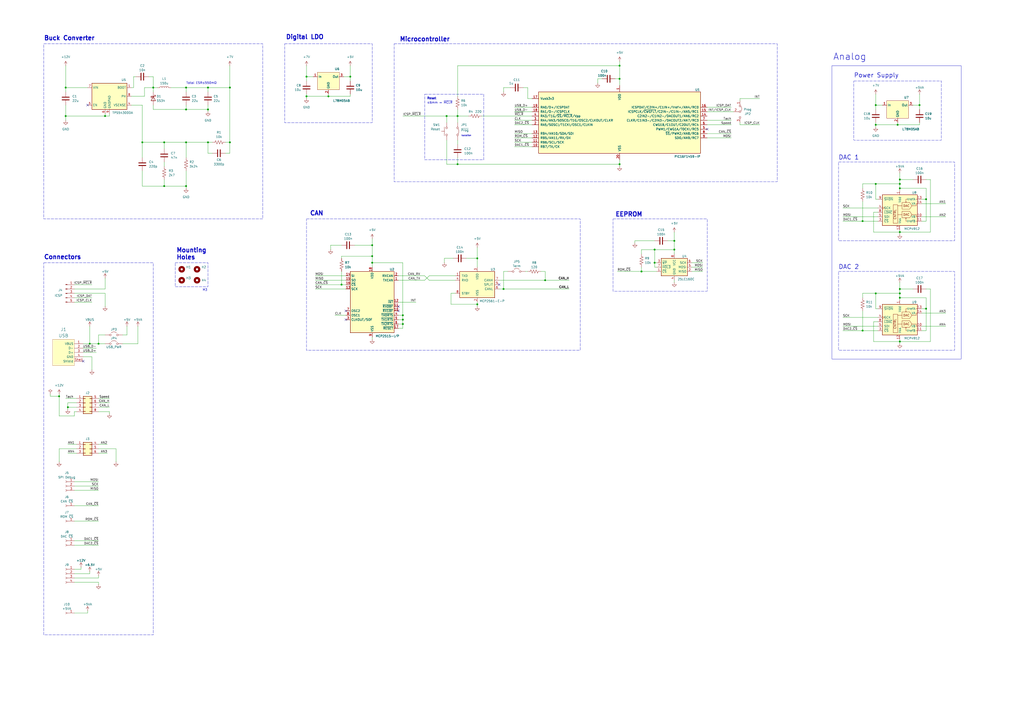
<source format=kicad_sch>
(kicad_sch (version 20250114) (generator "eeschema") (generator_version "9.0")
  (paper "A2")
  (title_block (title "CAN Gauge Interface") (date "2025-09-19") (rev "0.1") (company "Sam Anthony"))
  (rectangle (start 25.4 25.4) (end 152.4 127) (stroke (width 0) (type dash)))
  (rectangle (start 495.3 46.99) (end 546.1 81.28) (stroke (width 0) (type dash)))
  (rectangle (start 355.6 127) (end 410.21 168.91) (stroke (width 0) (type dash)))
  (rectangle (start 101.6 152.3999) (end 120.65 166.3699) (stroke (width 0) (type dash)))
  (rectangle (start 165.1 25.4) (end 215.9 71.12) (stroke (width 0) (type dash)))
  (rectangle (start 246.38 54.61) (end 280.67 92.71) (stroke (width 0) (type dash)))
  (rectangle (start 486.41 157.48) (end 553.72 203.2) (stroke (width 0) (type dash)))
  (rectangle (start 177.8 127) (end 336.55 203.2) (stroke (width 0) (type dash)))
  (rectangle (start 25.4 152.4) (end 88.9 368.3) (stroke (width 0) (type dash)))
  (rectangle (start 486.41 93.98) (end 553.72 139.7) (stroke (width 0) (type dash)))
  (rectangle (start 228.6 25.4) (end 450.85 105.41) (stroke (width 0) (type dash)))
  (rectangle (start 482.6 38.1) (end 557.53 208.28))
  (text "Connectors" (at 25.4 149.225 0) (effects (font (size 2.54 2.54) (thickness 0.508) (bold yes)) (justify left)))
  (text "Power Supply" (at 495.3 43.815 0) (effects (font (size 2.54 2.54) (thickness 0.254) (bold yes)) (justify left)))
  (text "Buck Converter" (at 25.4 22.225 0) (effects (font (size 2.54 2.54) (thickness 0.508) (bold yes)) (justify left)))
  (text "Total ESR≤550mΩ" (at 107.95 48.26 0) (effects (font (size 1.27 1.27)) (justify left)))
  (text "CAN" (at 179.705 123.825 0) (effects (font (size 2.54 2.54) (thickness 0.508) (bold yes)) (justify left)))
  (text "Reset" (at 247.65 57.15 0) (effects (font (size 1.27 1.27) (thickness 0.254) (bold yes)) (justify left)))
  (text "Mounting\nHoles" (at 102.235 147.3199 0) (effects (font (size 2.54 2.54) (thickness 0.508) (bold yes)) (justify left)))
  (text "M3\n" (at 117.475 168.2749 0) (effects (font (size 1.27 1.27)) (justify left)))
  (text "EEPROM" (at 356.87 124.46 0) (effects (font (size 2.54 2.54) (thickness 0.508) (bold yes)) (justify left)))
  (text "Digital LDO" (at 165.735 21.59 0) (effects (font (size 2.54 2.54) (thickness 0.508) (bold yes)) (justify left)))
  (text "≤6mm ↔ ~{MCLR}" (at 247.65 59.69 0) (effects (font (size 1.27 1.27)) (justify left)))
  (text "DAC 1" (at 486.41 91.44 0) (effects (font (size 2.54 2.54) (thickness 0.254) (bold yes)) (justify left)))
  (text "Microcontroller" (at 231.775 22.86 0) (effects (font (size 2.54 2.54) (thickness 0.508) (bold yes)) (justify left)))
  (text "Analog" (at 483.235 33.02 0) (effects (font (size 3.81 3.81) (thickness 0.254) (bold yes)) (justify left)))
  (text "Isolation" (at 270.51 78.74 0) (effects (font (size 0.889 0.889))))
  (text "DAC 2" (at 486.41 154.94 0) (effects (font (size 2.54 2.54) (thickness 0.254) (bold yes)) (justify left)))
  (junction (at 38.1 50.8))
  (junction (at 120.65 50.8))
  (junction (at 39.37 236.22))
  (junction (at 521.97 170.18))
  (junction (at 120.65 63.5))
  (junction (at 521.97 172.72))
  (junction (at 391.16 144.78))
  (junction (at 521.97 104.14))
  (junction (at 233.68 185.42))
  (junction (at 533.4 60.96))
  (junction (at 508 170.18))
  (junction (at 391.16 139.7))
  (junction (at 537.21 115.57))
  (junction (at 60.96 67.31))
  (junction (at 500.38 191.77))
  (junction (at 359.41 38.1))
  (junction (at 107.95 82.55))
  (junction (at 34.29 229.87))
  (junction (at 203.2 44.45))
  (junction (at 107.95 63.5))
  (junction (at 177.8 55.88))
  (junction (at 233.68 182.88))
  (junction (at 359.41 45.72))
  (junction (at 120.65 82.55))
  (junction (at 500.38 128.27))
  (junction (at 88.9 50.8))
  (junction (at 521.97 134.62))
  (junction (at 359.41 95.25))
  (junction (at 95.25 107.95))
  (junction (at 82.55 82.55))
  (junction (at 38.1 67.31))
  (junction (at 107.95 107.95))
  (junction (at 215.9 142.24))
  (junction (at 265.43 67.31))
  (junction (at 521.97 106.68))
  (junction (at 521.97 198.12))
  (junction (at 537.21 179.07))
  (junction (at 95.25 82.55))
  (junction (at 276.86 176.53))
  (junction (at 508 60.96))
  (junction (at 215.9 152.4))
  (junction (at 57.15 199.39))
  (junction (at 276.86 149.86))
  (junction (at 52.07 199.39))
  (junction (at 316.23 162.56))
  (junction (at 379.73 152.4))
  (junction (at 133.35 50.8))
  (junction (at 521.97 167.64))
  (junction (at 372.11 157.48))
  (junction (at 215.9 148.59))
  (junction (at 508 106.68))
  (junction (at 190.5 55.88))
  (junction (at 198.12 165.1))
  (junction (at 508 72.39))
  (junction (at 379.73 144.78))
  (junction (at 133.35 82.55))
  (junction (at 520.7 72.39))
  (junction (at 521.97 109.22))
  (junction (at 177.8 44.45))
  (junction (at 107.95 50.8))
  (junction (at 265.43 95.25))
  (junction (at 259.08 67.31))
  (junction (at 233.68 187.96))
  (junction (at 292.1 167.64))
  (no_connect (at 48.26 209.55))
  (no_connect (at 231.14 177.8))
  (no_connect (at 200.66 185.42))
  (no_connect (at 50.8 60.96))
  (no_connect (at 289.56 165.1))
  (no_connect (at 200.66 180.34))
  (no_connect (at 410.21 74.93))
  (no_connect (at 231.14 180.34))
  (wire (pts (xy 231.14 162.56) (xy 246.38 162.56)))
  (wire (pts (xy 265.43 95.25) (xy 265.43 91.44)))
  (wire (pts (xy 410.21 69.85) (xy 424.18 69.85)))
  (wire (pts (xy 203.2 55.88) (xy 203.2 54.61)))
  (wire (pts (xy 215.9 142.24) (xy 215.9 148.59)))
  (wire (pts (xy 57.15 199.39) (xy 60.96 199.39)))
  (wire (pts (xy 506.73 186.69) (xy 509.27 186.69)))
  (wire (pts (xy 292.1 157.48) (xy 294.64 157.48)))
  (wire (pts (xy 44.45 260.35) (xy 34.29 260.35)))
  (wire (pts (xy 48.26 201.93) (xy 55.88 201.93)))
  (wire (pts (xy 233.68 187.96) (xy 233.68 185.42)))
  (wire (pts (xy 506.73 123.19) (xy 509.27 123.19)))
  (wire (pts (xy 265.43 38.1) (xy 359.41 38.1)))
  (wire (pts (xy 231.14 187.96) (xy 233.68 187.96)))
  (wire (pts (xy 57.15 194.31) (xy 57.15 199.39)))
  (wire (pts (xy 289.56 167.64) (xy 292.1 167.64)))
  (wire (pts (xy 521.97 172.72) (xy 521.97 173.99)))
  (wire (pts (xy 215.9 195.58) (xy 215.9 196.85)))
  (wire (pts (xy 60.96 167.64) (xy 60.96 161.29)))
  (wire (pts (xy 381 152.4) (xy 379.73 152.4)))
  (wire (pts (xy 508 71.12) (xy 508 72.39)))
  (wire (pts (xy 38.1 38.1) (xy 38.1 50.8)))
  (wire (pts (xy 262.89 149.86) (xy 257.81 149.86)))
  (wire (pts (xy 53.34 207.01) (xy 53.34 214.63)))
  (wire (pts (xy 508 179.07) (xy 508 170.18)))
  (wire (pts (xy 177.8 55.88) (xy 190.5 55.88)))
  (wire (pts (xy 500.38 191.77) (xy 509.27 191.77)))
  (wire (pts (xy 372.11 144.78) (xy 379.73 144.78)))
  (wire (pts (xy 265.43 38.1) (xy 265.43 55.88)))
  (wire (pts (xy 534.67 128.27) (xy 537.21 128.27)))
  (wire (pts (xy 488.95 184.15) (xy 509.27 184.15)))
  (wire (pts (xy 120.65 50.8) (xy 133.35 50.8)))
  (wire (pts (xy 521.97 196.85) (xy 521.97 198.12)))
  (wire (pts (xy 82.55 91.44) (xy 82.55 82.55)))
  (wire (pts (xy 233.68 185.42) (xy 233.68 182.88)))
  (wire (pts (xy 123.19 82.55) (xy 120.65 82.55)))
  (wire (pts (xy 521.97 198.12) (xy 521.97 199.39)))
  (wire (pts (xy 537.21 172.72) (xy 521.97 172.72)))
  (wire (pts (xy 410.21 64.77) (xy 425.45 64.77)))
  (wire (pts (xy 34.29 241.3) (xy 34.29 229.87)))
  (wire (pts (xy 198.12 165.1) (xy 198.12 157.48)))
  (wire (pts (xy 57.15 260.35) (xy 67.31 260.35)))
  (wire (pts (xy 52.07 332.74) (xy 52.07 331.47)))
  (wire (pts (xy 203.2 46.99) (xy 203.2 44.45)))
  (wire (pts (xy 39.37 236.22) (xy 39.37 237.49)))
  (wire (pts (xy 38.1 50.8) (xy 38.1 53.34)))
  (wire (pts (xy 43.18 293.37) (xy 57.15 293.37)))
  (wire (pts (xy 57.15 233.68) (xy 63.5 233.68)))
  (wire (pts (xy 298.45 82.55) (xy 308.61 82.55)))
  (wire (pts (xy 506.73 134.62) (xy 521.97 134.62)))
  (wire (pts (xy 82.55 60.96) (xy 82.55 82.55)))
  (wire (pts (xy 534.67 181.61) (xy 548.64 181.61)))
  (wire (pts (xy 203.2 44.45) (xy 199.39 44.45)))
  (wire (pts (xy 539.75 134.62) (xy 521.97 134.62)))
  (wire (pts (xy 182.88 165.1) (xy 198.12 165.1)))
  (wire (pts (xy 511.81 60.96) (xy 508 60.96)))
  (wire (pts (xy 43.18 302.26) (xy 57.15 302.26)))
  (wire (pts (xy 429.26 71.12) (xy 429.26 72.39)))
  (wire (pts (xy 95.25 93.98) (xy 95.25 96.52)))
  (wire (pts (xy 509.27 115.57) (xy 508 115.57)))
  (wire (pts (xy 508 72.39) (xy 520.7 72.39)))
  (wire (pts (xy 534.67 118.11) (xy 548.64 118.11)))
  (wire (pts (xy 88.9 63.5) (xy 107.95 63.5)))
  (wire (pts (xy 298.45 69.85) (xy 308.61 69.85)))
  (wire (pts (xy 182.88 160.02) (xy 200.66 160.02)))
  (wire (pts (xy 537.21 109.22) (xy 537.21 115.57)))
  (wire (pts (xy 410.21 62.23) (xy 424.18 62.23)))
  (wire (pts (xy 508 106.68) (xy 521.97 106.68)))
  (wire (pts (xy 508 115.57) (xy 508 106.68)))
  (wire (pts (xy 537.21 172.72) (xy 537.21 179.07)))
  (wire (pts (xy 194.31 182.88) (xy 200.66 182.88)))
  (wire (pts (xy 46.99 330.2) (xy 46.99 328.93)))
  (wire (pts (xy 488.95 189.23) (xy 509.27 189.23)))
  (wire (pts (xy 203.2 38.1) (xy 203.2 44.45)))
  (wire (pts (xy 520.7 72.39) (xy 520.7 71.12)))
  (wire (pts (xy 372.11 147.32) (xy 372.11 144.78)))
  (wire (pts (xy 177.8 54.61) (xy 177.8 55.88)))
  (wire (pts (xy 359.41 45.72) (xy 356.87 45.72)))
  (wire (pts (xy 57.15 236.22) (xy 63.5 236.22)))
  (wire (pts (xy 359.41 49.53) (xy 359.41 45.72)))
  (wire (pts (xy 215.9 148.59) (xy 215.9 152.4)))
  (wire (pts (xy 82.55 107.95) (xy 95.25 107.95)))
  (wire (pts (xy 107.95 82.55) (xy 95.25 82.55)))
  (wire (pts (xy 233.68 67.31) (xy 259.08 67.31)))
  (wire (pts (xy 429.26 58.42) (xy 429.26 57.15)))
  (wire (pts (xy 521.97 167.64) (xy 521.97 170.18)))
  (wire (pts (xy 71.12 199.39) (xy 80.01 199.39)))
  (wire (pts (xy 506.73 134.62) (xy 506.73 123.19)))
  (wire (pts (xy 107.95 82.55) (xy 107.95 91.44)))
  (wire (pts (xy 534.67 189.23) (xy 548.64 189.23)))
  (wire (pts (xy 50.8 355.6) (xy 50.8 354.33)))
  (wire (pts (xy 43.18 165.1) (xy 53.34 165.1)))
  (wire (pts (xy 191.77 142.24) (xy 191.77 144.78)))
  (wire (pts (xy 120.65 82.55) (xy 107.95 82.55)))
  (wire (pts (xy 57.15 238.76) (xy 63.5 238.76)))
  (wire (pts (xy 39.37 236.22) (xy 44.45 236.22)))
  (wire (pts (xy 521.97 163.83) (xy 521.97 167.64)))
  (wire (pts (xy 539.75 167.64) (xy 539.75 198.12)))
  (wire (pts (xy 133.35 50.8) (xy 133.35 82.55)))
  (wire (pts (xy 60.96 170.18) (xy 60.96 177.8)))
  (wire (pts (xy 308.61 57.15) (xy 306.07 57.15)))
  (wire (pts (xy 539.75 104.14) (xy 539.75 134.62)))
  (wire (pts (xy 379.73 154.94) (xy 379.73 152.4)))
  (wire (pts (xy 537.21 109.22) (xy 521.97 109.22)))
  (wire (pts (xy 44.45 233.68) (xy 39.37 233.68)))
  (wire (pts (xy 57.15 337.82) (xy 57.15 339.09)))
  (wire (pts (xy 379.73 144.78) (xy 391.16 144.78)))
  (wire (pts (xy 177.8 55.88) (xy 177.8 57.15)))
  (wire (pts (xy 372.11 157.48) (xy 372.11 154.94)))
  (wire (pts (xy 67.31 260.35) (xy 67.31 267.97)))
  (wire (pts (xy 38.1 67.31) (xy 38.1 69.85)))
  (wire (pts (xy 391.16 139.7) (xy 391.16 144.78)))
  (wire (pts (xy 401.32 157.48) (xy 407.67 157.48)))
  (wire (pts (xy 306.07 50.8) (xy 303.53 50.8)))
  (wire (pts (xy 533.4 54.61) (xy 533.4 60.96)))
  (wire (pts (xy 107.95 50.8) (xy 120.65 50.8)))
  (wire (pts (xy 88.9 44.45) (xy 88.9 50.8)))
  (wire (pts (xy 270.51 149.86) (xy 276.86 149.86)))
  (wire (pts (xy 76.2 60.96) (xy 82.55 60.96)))
  (wire (pts (xy 88.9 60.96) (xy 88.9 63.5)))
  (wire (pts (xy 410.21 80.01) (xy 424.18 80.01)))
  (wire (pts (xy 198.12 149.86) (xy 198.12 148.59)))
  (wire (pts (xy 306.07 57.15) (xy 306.07 50.8)))
  (wire (pts (xy 107.95 63.5) (xy 120.65 63.5)))
  (wire (pts (xy 429.26 57.15) (xy 440.69 57.15)))
  (wire (pts (xy 190.5 55.88) (xy 190.5 54.61)))
  (wire (pts (xy 292.1 50.8) (xy 292.1 53.34)))
  (wire (pts (xy 57.15 262.89) (xy 62.23 262.89)))
  (wire (pts (xy 500.38 106.68) (xy 508 106.68)))
  (wire (pts (xy 99.06 50.8) (xy 107.95 50.8)))
  (wire (pts (xy 44.45 238.76) (xy 43.18 238.76)))
  (wire (pts (xy 107.95 60.96) (xy 107.95 63.5)))
  (wire (pts (xy 88.9 53.34) (xy 88.9 50.8)))
  (wire (pts (xy 257.81 149.86) (xy 257.81 152.4)))
  (wire (pts (xy 316.23 157.48) (xy 316.23 162.56)))
  (wire (pts (xy 39.37 257.81) (xy 44.45 257.81)))
  (wire (pts (xy 120.65 82.55) (xy 120.65 88.9)))
  (wire (pts (xy 43.18 335.28) (xy 57.15 335.28)))
  (wire (pts (xy 107.95 107.95) (xy 107.95 109.22)))
  (wire (pts (xy 410.21 72.39) (xy 424.18 72.39)))
  (wire (pts (xy 63.5 238.76) (xy 63.5 240.03)))
  (wire (pts (xy 133.35 82.55) (xy 133.35 88.9)))
  (wire (pts (xy 259.08 67.31) (xy 259.08 71.12)))
  (wire (pts (xy 233.68 152.4) (xy 233.68 182.88)))
  (wire (pts (xy 95.25 107.95) (xy 107.95 107.95)))
  (wire (pts (xy 43.18 316.23) (xy 57.15 316.23)))
  (wire (pts (xy 265.43 81.28) (xy 265.43 83.82)))
  (wire (pts (xy 233.68 152.4) (xy 215.9 152.4)))
  (wire (pts (xy 120.65 50.8) (xy 120.65 53.34)))
  (wire (pts (xy 521.97 109.22) (xy 521.97 110.49)))
  (wire (pts (xy 298.45 77.47) (xy 308.61 77.47)))
  (wire (pts (xy 200.66 165.1) (xy 198.12 165.1)))
  (wire (pts (xy 298.45 85.09) (xy 308.61 85.09)))
  (wire (pts (xy 316.23 162.56) (xy 330.2 162.56)))
  (wire (pts (xy 259.08 67.31) (xy 265.43 67.31)))
  (wire (pts (xy 539.75 198.12) (xy 521.97 198.12)))
  (wire (pts (xy 198.12 148.59) (xy 215.9 148.59)))
  (wire (pts (xy 29.21 228.6) (xy 29.21 229.87)))
  (wire (pts (xy 120.65 63.5) (xy 120.65 60.96)))
  (wire (pts (xy 107.95 107.95) (xy 107.95 99.06)))
  (wire (pts (xy 177.8 38.1) (xy 177.8 44.45)))
  (wire (pts (xy 60.96 194.31) (xy 57.15 194.31)))
  (wire (pts (xy 537.21 179.07) (xy 537.21 191.77)))
  (wire (pts (xy 521.97 100.33) (xy 521.97 104.14)))
  (wire (pts (xy 231.14 190.5) (xy 233.68 190.5)))
  (wire (pts (xy 29.21 229.87) (xy 34.29 229.87)))
  (wire (pts (xy 304.8 157.48) (xy 306.07 157.48)))
  (wire (pts (xy 358.14 157.48) (xy 372.11 157.48)))
  (wire (pts (xy 107.95 50.8) (xy 107.95 53.34)))
  (wire (pts (xy 506.73 198.12) (xy 521.97 198.12)))
  (wire (pts (xy 295.91 50.8) (xy 292.1 50.8)))
  (wire (pts (xy 359.41 95.25) (xy 359.41 96.52)))
  (wire (pts (xy 521.97 104.14) (xy 529.59 104.14)))
  (wire (pts (xy 43.18 284.48) (xy 57.15 284.48)))
  (wire (pts (xy 43.18 281.94) (xy 57.15 281.94)))
  (wire (pts (xy 521.97 170.18) (xy 521.97 172.72)))
  (wire (pts (xy 500.38 172.72) (xy 500.38 170.18)))
  (wire (pts (xy 43.18 238.76) (xy 43.18 241.3)))
  (wire (pts (xy 57.15 231.14) (xy 63.5 231.14)))
  (wire (pts (xy 60.96 67.31) (xy 60.96 66.04)))
  (wire (pts (xy 279.4 67.31) (xy 308.61 67.31)))
  (wire (pts (xy 43.18 241.3) (xy 34.29 241.3)))
  (wire (pts (xy 82.55 82.55) (xy 95.25 82.55)))
  (wire (pts (xy 534.67 179.07) (xy 537.21 179.07)))
  (wire (pts (xy 48.26 199.39) (xy 52.07 199.39)))
  (wire (pts (xy 259.08 81.28) (xy 259.08 95.25)))
  (wire (pts (xy 500.38 170.18) (xy 508 170.18)))
  (wire (pts (xy 298.45 64.77) (xy 308.61 64.77)))
  (wire (pts (xy 500.38 128.27) (xy 509.27 128.27)))
  (wire (pts (xy 401.32 154.94) (xy 407.67 154.94)))
  (wire (pts (xy 120.65 63.5) (xy 120.65 64.77)))
  (wire (pts (xy 521.97 106.68) (xy 521.97 109.22)))
  (wire (pts (xy 57.15 257.81) (xy 62.23 257.81)))
  (wire (pts (xy 410.21 77.47) (xy 424.18 77.47)))
  (wire (pts (xy 76.2 50.8) (xy 77.47 50.8)))
  (wire (pts (xy 508 170.18) (xy 521.97 170.18)))
  (wire (pts (xy 276.86 176.53) (xy 276.86 177.8)))
  (wire (pts (xy 248.92 160.02) (xy 246.38 162.56)))
  (wire (pts (xy 73.66 194.31) (xy 73.66 189.23)))
  (wire (pts (xy 38.1 60.96) (xy 38.1 67.31)))
  (wire (pts (xy 43.18 332.74) (xy 52.07 332.74)))
  (wire (pts (xy 57.15 335.28) (xy 57.15 334.01)))
  (wire (pts (xy 39.37 233.68) (xy 39.37 236.22)))
  (wire (pts (xy 500.38 116.84) (xy 500.38 128.27)))
  (wire (pts (xy 346.71 45.72) (xy 349.25 45.72)))
  (wire (pts (xy 391.16 162.56) (xy 391.16 163.83)))
  (wire (pts (xy 34.29 260.35) (xy 34.29 267.97)))
  (wire (pts (xy 38.1 231.14) (xy 44.45 231.14)))
  (wire (pts (xy 231.14 182.88) (xy 233.68 182.88)))
  (wire (pts (xy 130.81 82.55) (xy 133.35 82.55)))
  (wire (pts (xy 391.16 144.78) (xy 391.16 147.32)))
  (wire (pts (xy 379.73 144.78) (xy 379.73 152.4)))
  (wire (pts (xy 88.9 50.8) (xy 91.44 50.8)))
  (wire (pts (xy 521.97 134.62) (xy 521.97 135.89)))
  (wire (pts (xy 43.18 337.82) (xy 57.15 337.82)))
  (wire (pts (xy 508 60.96) (xy 508 63.5)))
  (wire (pts (xy 313.69 157.48) (xy 316.23 157.48)))
  (wire (pts (xy 359.41 92.71) (xy 359.41 95.25)))
  (wire (pts (xy 488.95 191.77) (xy 500.38 191.77)))
  (wire (pts (xy 276.86 175.26) (xy 276.86 176.53)))
  (wire (pts (xy 43.18 313.69) (xy 57.15 313.69)))
  (wire (pts (xy 63.5 66.04) (xy 63.5 67.31)))
  (wire (pts (xy 508 72.39) (xy 508 73.66)))
  (wire (pts (xy 506.73 198.12) (xy 506.73 186.69)))
  (wire (pts (xy 429.26 72.39) (xy 440.69 72.39)))
  (wire (pts (xy 292.1 167.64) (xy 292.1 157.48)))
  (wire (pts (xy 508 54.61) (xy 508 60.96)))
  (wire (pts (xy 182.88 167.64) (xy 200.66 167.64)))
  (wire (pts (xy 43.18 355.6) (xy 50.8 355.6)))
  (wire (pts (xy 133.35 88.9) (xy 130.81 88.9)))
  (wire (pts (xy 52.07 199.39) (xy 57.15 199.39)))
  (wire (pts (xy 387.35 139.7) (xy 391.16 139.7)))
  (wire (pts (xy 391.16 134.62) (xy 391.16 139.7)))
  (wire (pts (xy 265.43 95.25) (xy 359.41 95.25)))
  (wire (pts (xy 537.21 104.14) (xy 539.75 104.14)))
  (wire (pts (xy 198.12 142.24) (xy 191.77 142.24)))
  (wire (pts (xy 261.62 170.18) (xy 264.16 170.18)))
  (wire (pts (xy 215.9 138.43) (xy 215.9 142.24)))
  (wire (pts (xy 521.97 104.14) (xy 521.97 106.68)))
  (wire (pts (xy 43.18 167.64) (xy 60.96 167.64)))
  (wire (pts (xy 265.43 67.31) (xy 271.78 67.31)))
  (wire (pts (xy 534.67 115.57) (xy 537.21 115.57)))
  (wire (pts (xy 289.56 162.56) (xy 316.23 162.56)))
  (wire (pts (xy 95.25 104.14) (xy 95.25 107.95)))
  (wire (pts (xy 77.47 44.45) (xy 78.74 44.45)))
  (wire (pts (xy 77.47 50.8) (xy 77.47 44.45)))
  (wire (pts (xy 133.35 38.1) (xy 133.35 50.8)))
  (wire (pts (xy 83.82 50.8) (xy 88.9 50.8)))
  (wire (pts (xy 533.4 72.39) (xy 533.4 71.12)))
  (wire (pts (xy 76.2 55.88) (xy 83.82 55.88)))
  (wire (pts (xy 82.55 99.06) (xy 82.55 107.95)))
  (wire (pts (xy 43.18 170.18) (xy 60.96 170.18)))
  (wire (pts (xy 52.07 189.23) (xy 52.07 199.39)))
  (wire (pts (xy 177.8 44.45) (xy 177.8 46.99)))
  (wire (pts (xy 120.65 88.9) (xy 123.19 88.9)))
  (wire (pts (xy 265.43 67.31) (xy 265.43 71.12)))
  (wire (pts (xy 215.9 152.4) (xy 215.9 154.94)))
  (wire (pts (xy 259.08 95.25) (xy 265.43 95.25)))
  (wire (pts (xy 401.32 152.4) (xy 407.67 152.4)))
  (wire (pts (xy 190.5 55.88) (xy 203.2 55.88)))
  (wire (pts (xy 48.26 204.47) (xy 55.88 204.47)))
  (wire (pts (xy 261.62 176.53) (xy 261.62 170.18)))
  (wire (pts (xy 34.29 229.87) (xy 34.29 228.6)))
  (wire (pts (xy 63.5 67.31) (xy 60.96 67.31)))
  (wire (pts (xy 43.18 175.26) (xy 53.34 175.26)))
  (wire (pts (xy 181.61 44.45) (xy 177.8 44.45)))
  (wire (pts (xy 381 154.94) (xy 379.73 154.94)))
  (wire (pts (xy 534.67 125.73) (xy 548.64 125.73)))
  (wire (pts (xy 205.74 142.24) (xy 215.9 142.24)))
  (wire (pts (xy 231.14 160.02) (xy 246.38 160.02)))
  (wire (pts (xy 500.38 109.22) (xy 500.38 106.68)))
  (wire (pts (xy 80.01 199.39) (xy 80.01 189.23)))
  (wire (pts (xy 500.38 180.34) (xy 500.38 191.77)))
  (wire (pts (xy 276.86 176.53) (xy 261.62 176.53)))
  (wire (pts (xy 48.26 207.01) (xy 53.34 207.01)))
  (wire (pts (xy 346.71 48.26) (xy 346.71 45.72)))
  (wire (pts (xy 534.67 191.77) (xy 537.21 191.77)))
  (wire (pts (xy 43.18 279.4) (xy 57.15 279.4)))
  (wire (pts (xy 488.95 128.27) (xy 500.38 128.27)))
  (wire (pts (xy 368.3 139.7) (xy 368.3 140.97)))
  (wire (pts (xy 60.96 67.31) (xy 38.1 67.31)))
  (wire (pts (xy 368.3 139.7) (xy 379.73 139.7)))
  (wire (pts (xy 38.1 50.8) (xy 50.8 50.8)))
  (wire (pts (xy 509.27 179.07) (xy 508 179.07)))
  (wire (pts (xy 298.45 80.01) (xy 308.61 80.01)))
  (wire (pts (xy 359.41 38.1) (xy 359.41 45.72)))
  (wire (pts (xy 276.86 143.51) (xy 276.86 149.86)))
  (wire (pts (xy 381 157.48) (xy 372.11 157.48)))
  (wire (pts (xy 83.82 55.88) (xy 83.82 50.8)))
  (wire (pts (xy 233.68 190.5) (xy 233.68 187.96)))
  (wire (pts (xy 537.21 167.64) (xy 539.75 167.64)))
  (wire (pts (xy 521.97 167.64) (xy 529.59 167.64)))
  (wire (pts (xy 488.95 125.73) (xy 509.27 125.73)))
  (wire (pts (xy 359.41 35.56) (xy 359.41 38.1)))
  (wire (pts (xy 292.1 167.64) (xy 330.2 167.64)))
  (wire (pts (xy 231.14 175.26) (xy 241.3 175.26)))
  (wire (pts (xy 39.37 262.89) (xy 44.45 262.89)))
  (wire (pts (xy 231.14 185.42) (xy 233.68 185.42)))
  (wire (pts (xy 521.97 133.35) (xy 521.97 134.62)))
  (wire (pts (xy 298.45 62.23) (xy 308.61 62.23)))
  (wire (pts (xy 71.12 194.31) (xy 73.66 194.31)))
  (wire (pts (xy 248.92 162.56) (xy 264.16 162.56)))
  (wire (pts (xy 488.95 120.65) (xy 509.27 120.65)))
  (wire (pts (xy 182.88 162.56) (xy 200.66 162.56)))
  (wire (pts (xy 533.4 63.5) (xy 533.4 60.96)))
  (wire (pts (xy 248.92 160.02) (xy 264.16 160.02)))
  (wire (pts (xy 246.38 160.02) (xy 248.92 162.56)))
  (wire (pts (xy 43.18 330.2) (xy 46.99 330.2)))
  (wire (pts (xy 537.21 115.57) (xy 537.21 128.27)))
  (wire (pts (xy 265.43 63.5) (xy 265.43 67.31)))
  (wire (pts (xy 43.18 172.72) (xy 53.34 172.72)))
  (wire (pts (xy 86.36 44.45) (xy 88.9 44.45)))
  (wire (pts (xy 520.7 72.39) (xy 533.4 72.39)))
  (wire (pts (xy 276.86 149.86) (xy 276.86 154.94)))
  (wire (pts (xy 95.25 82.55) (xy 95.25 86.36)))
  (wire (pts (xy 533.4 60.96) (xy 529.59 60.96)))
  (wire (pts (xy 298.45 72.39) (xy 308.61 72.39)))
  (label "DAC1_~{CS}" (at 488.95 128.27 0))
  (label "MISO" (at 57.15 284.48 180))
  (label "CAN_H" (at 330.2 162.56 180) (effects (font (thickness 0.254) (bold yes))))
  (label "SCK" (at 407.67 152.4 180) (effects (font (thickness 0.1588))))
  (label "Speed" (at 63.5 231.14 180) (effects (font (thickness 0.1588))))
  (label "CLK" (at 298.45 69.85 0))
  (label "MOSI" (at 424.18 80.01 180) (effects (font (thickness 0.1588))))
  (label "ICSP_DAT" (at 424.18 62.23 180))
  (label "CAN_L" (at 63.5 236.22 180))
  (label "ROM_~{CS}" (at 358.14 157.48 0) (effects (font (thickness 0.1588))))
  (label "MOSI" (at 182.88 160.02 0) (effects (font (thickness 0.1588))))
  (label "DAC1_~{CS}" (at 298.45 85.09 0))
  (label "AN3" (at 62.23 262.89 180) (effects (font (thickness 0.1588))))
  (label "Speed" (at 424.18 72.39 180))
  (label "AN1" (at 548.64 118.11 180))
  (label "CAN_~{CS}" (at 424.18 77.47 180))
  (label "CAN_~{CS}" (at 57.15 293.37 180))
  (label "INT" (at 440.69 57.15 180))
  (label "CLK" (at 194.31 182.88 0))
  (label "MISO" (at 407.67 157.48 180) (effects (font (thickness 0.1588))))
  (label "INT" (at 241.3 175.26 180) (effects (font (thickness 0.1588))))
  (label "MOSI" (at 407.67 154.94 180) (effects (font (thickness 0.1588))))
  (label "ICSP_CLK" (at 53.34 175.26 180))
  (label "AN2" (at 62.23 257.81 180) (effects (font (thickness 0.1588))))
  (label "SCK" (at 298.45 82.55 0) (effects (font (thickness 0.1588))))
  (label "Tach" (at 38.1 231.14 0) (effects (font (thickness 0.1588))))
  (label "CAN_~{CS}" (at 182.88 165.1 0) (effects (font (thickness 0.1588))))
  (label "ICSP_CLK" (at 440.69 72.39 180))
  (label "USB_D+" (at 298.45 62.23 0))
  (label "SCK" (at 488.95 184.15 0) (effects (font (thickness 0.1588))))
  (label "ROM_~{CS}" (at 57.15 302.26 180))
  (label "AN1" (at 39.37 257.81 0) (effects (font (thickness 0.1588))))
  (label "DAC2_~{CS}" (at 298.45 72.39 0))
  (label "USB_D-" (at 298.45 64.77 0))
  (label "INT{slash}ICSP_CLK" (at 424.18 64.77 180))
  (label "SCK" (at 57.15 281.94 180))
  (label "AN4" (at 39.37 262.89 0) (effects (font (thickness 0.1588))))
  (label "MOSI" (at 488.95 125.73 0))
  (label "AN4" (at 548.64 189.23 180))
  (label "MISO" (at 182.88 162.56 0) (effects (font (thickness 0.1588))))
  (label "DAC1_~{CS}" (at 57.15 313.69 180))
  (label "MOSI" (at 57.15 279.4 180))
  (label "~{MCLR}" (at 298.45 67.31 0))
  (label "AN3" (at 548.64 181.61 180))
  (label "DAC2_~{CS}" (at 57.15 316.23 180))
  (label "USB_D-" (at 55.88 201.93 180))
  (label "AN2" (at 548.64 125.73 180))
  (label "USB_D+" (at 55.88 204.47 180))
  (label "SCK" (at 182.88 167.64 0) (effects (font (thickness 0.1588))))
  (label "Tach" (at 424.18 69.85 180))
  (label "ROM_~{CS}" (at 298.45 80.01 0))
  (label "ICSP_DAT" (at 53.34 172.72 180))
  (label "CAN_RX" (at 243.84 160.02 180))
  (label "ICSP_~{MCLR}" (at 53.34 165.1 180))
  (label "MISO" (at 298.45 77.47 0) (effects (font (thickness 0.1588))))
  (label "ICSP_~{MCLR}" (at 233.68 67.31 0))
  (label "MOSI" (at 488.95 189.23 0))
  (label "CAN_L" (at 330.2 167.64 180) (effects (font (thickness 0.254) (bold yes))))
  (label "SCK" (at 488.95 120.65 0) (effects (font (thickness 0.1588))))
  (label "DAC2_~{CS}" (at 488.95 191.77 0))
  (label "CAN_TX" (at 243.84 162.56 180))
  (label "CAN_H" (at 63.5 233.68 180) (effects (font (thickness 0.1588))))
  (symbol (lib_id "power:GND") (at 107.95 109.22 0) (unit 1)
    (property "Reference" "#PWR012" (effects (hide yes)))
    (property "Value" "GND" (at 107.95 114.3 0))
    (property "Description" "Power symbol creates a global label with name \"GND\" , ground" (effects (hide yes)))
  )
  (symbol (lib_id "power:GND") (at 215.9 196.85 0) (unit 1)
    (property "Reference" "#PWR028" (effects (hide yes)))
    (property "Value" "GND" (effects (hide yes)))
    (property "Description" "Power symbol creates a global label with name \"GND\" , ground" (effects (hide yes)))
  )
  (symbol (lib_id "Device:C") (at 107.95 57.15 0) (unit 1)
    (property "Reference" "C3" (at 111.125 55.88 0) (effects (justify left)))
    (property "Value" "22u" (at 111.125 58.42 0) (effects (justify left)))
    (property "Footprint" "Capacitor_SMD:C_1206_3216Metric" (effects (hide yes)))
    (property "Description" "Unpolarized capacitor" (effects (hide yes)))
  )
  (symbol (lib_id "power:GND") (at 120.65 64.77 0) (unit 1)
    (property "Reference" "#PWR04" (effects (hide yes)))
    (property "Value" "GND" (at 120.65 69.85 0))
    (property "Description" "Power symbol creates a global label with name \"GND\" , ground" (effects (hide yes)))
  )
  (symbol (lib_id "Device:C") (at 95.25 90.17 0) (unit 1)
    (property "Reference" "C7" (at 99.06 88.8999 0) (effects (justify left)))
    (property "Value" "47n" (at 99.06 91.4399 0) (effects (justify left)))
    (property "Footprint" "Capacitor_SMD:C_0805_2012Metric" (effects (hide yes)))
    (property "Description" "Unpolarized capacitor" (effects (hide yes)))
  )
  (symbol (lib_id "power:GND") (at 57.15 339.09 0) (unit 1)
    (property "Reference" "#PWR039" (effects (hide yes)))
    (property "Value" "GND" (effects (hide yes)))
    (property "Description" "Power symbol creates a global label with name \"GND\" , ground" (effects (hide yes)))
  )
  (symbol (lib_id "power:+12V") (at 34.29 228.6 0) (unit 1)
    (property "Reference" "#PWR029" (effects (hide yes)))
    (property "Value" "+12V" (at 34.29 223.52 0))
    (property "Description" "Power symbol creates a global label with name \"+12V\"" (effects (hide yes)))
  )
  (symbol (lib_id "power:GND") (at 508 73.66 0) (unit 1)
    (property "Reference" "#PWR046" (effects (hide yes)))
    (property "Value" "GND" (at 508 78.74 0))
    (property "Description" "Power symbol creates a global label with name \"GND\" , ground" (effects (hide yes)))
  )
  (symbol (lib_id "power:GND") (at 63.5 240.03 0) (unit 1)
    (property "Reference" "#PWR033" (effects (hide yes)))
    (property "Value" "GND" (effects (hide yes)))
    (property "Description" "Power symbol creates a global label with name \"GND\" , ground" (effects (hide yes)))
  )
  (symbol (lib_id "power:+5V") (at 203.2 38.1 0) (unit 1)
    (property "Reference" "#PWR044" (effects (hide yes)))
    (property "Value" "+5V" (at 203.2 33.02 0))
    (property "Description" "Power symbol creates a global label with name \"+5V\"" (effects (hide yes)))
  )
  (symbol (lib_id "Device:C") (at 383.54 139.7 90) (unit 1)
    (property "Reference" "C15" (at 383.54 133.35 90))
    (property "Value" "100n" (at 383.54 135.89 90))
    (property "Footprint" "Capacitor_SMD:C_0805_2012Metric" (effects (hide yes)))
    (property "Description" "Unpolarized capacitor" (effects (hide yes)))
  )
  (symbol (lib_id "Jumper:Jumper_2_Bridged") (at 265.43 76.2 270) (mirror x) (unit 1)
    (property "Reference" "JP1" (at 267.335 72.39 90) (effects (justify left)))
    (property "Value" "~{Prog}" (at 267.335 75.565 90) (effects (justify left)))
    (property "Footprint" "Connector_PinSocket_2.54mm:PinSocket_1x02_P2.54mm_Vertical" (effects (hide yes)))
    (property "Description" "Jumper, 2-pole, closed/bridged" (effects (hide yes)))
  )
  (symbol (lib_id "power:+7.5V") (at 177.8 38.1 0) (unit 1)
    (property "Reference" "#PWR043" (effects (hide yes)))
    (property "Value" "+7V" (at 177.8 33.02 0))
    (property "Description" "Power symbol creates a global label with name \"+7.5V\"" (effects (hide yes)))
  )
  (symbol (lib_id "Device:C") (at 266.7 149.86 90) (unit 1)
    (property "Reference" "C14" (at 266.7 143.51 90))
    (property "Value" "100n" (at 266.7 146.05 90))
    (property "Footprint" "Capacitor_SMD:C_0805_2012Metric" (effects (hide yes)))
    (property "Description" "Unpolarized capacitor" (effects (hide yes)))
  )
  (symbol (lib_id "Device:C") (at 38.1 57.15 0) (unit 1)
    (property "Reference" "C1" (at 41.91 55.8799 0) (effects (justify left)))
    (property "Value" "22u" (at 41.91 58.4199 0) (effects (justify left)))
    (property "Footprint" "Capacitor_SMD:C_1206_3216Metric" (effects (hide yes)))
    (property "Description" "Unpolarized capacitor" (effects (hide yes)))
  )
  (symbol (lib_id "Regulator_Switching:TPS5430DDA") (at 63.5 55.88 0) (unit 1)
    (property "Reference" "U5" (at 71.755 46.355 0))
    (property "Value" "TPS5430DDA" (at 71.12 65.405 0))
    (property "Footprint" "Package_SO:TI_SO-PowerPAD-8_ThermalVias" (effects (hide yes)))
    (property "Datasheet" "http://www.ti.com/lit/ds/symlink/tps5430.pdf" (effects (hide yes)))
    (property "Description" "3A, Step Down Swift Converter, Adjustable Output Voltage, 5.5-36V Input Voltage, PowerSO-8" (effects (hide yes)))
  )
  (symbol (lib_id "Memory_EEPROM:25LCxxx") (at 391.16 154.94 0) (unit 1)
    (property "Reference" "U4" (at 395.605 148.59 0) (effects (justify left)))
    (property "Value" "25LC160C" (at 393.065 161.925 0) (effects (justify left)))
    (property "Footprint" "Package_DIP:DIP-8_W7.62mm" (effects (hide yes)))
    (property "Datasheet" "http://ww1.microchip.com/downloads/en/DeviceDoc/21832H.pdf" (effects (hide yes)))
    (property "Description" "SPI Serial EEPROM, DIP-8/SOIC-8/TSSOP-8" (effects (hide yes)))
  )
  (symbol (lib_id "Jumper:Jumper_3_Bridged12") (at 429.26 64.77 270) (unit 1) (in_bom no)
    (property "Reference" "JP2" (at 433.705 66.04 90))
    (property "Value" "Prog" (at 433.705 63.5 90))
    (property "Footprint" "Connector_PinSocket_2.54mm:PinSocket_1x03_P2.54mm_Vertical" (effects (hide yes)))
    (property "Description" "Jumper, 3-pole, pins 1+2 closed/bridged" (effects (hide yes)))
  )
  (symbol (lib_id "power:GND") (at 521.97 135.89 0) (unit 1)
    (property "Reference" "#PWR017" (effects (hide yes)))
    (property "Value" "GND" (effects (hide yes)))
    (property "Description" "Power symbol creates a global label with name \"GND\" , ground" (effects (hide yes)))
  )
  (symbol (lib_id "power:GND") (at 521.97 199.39 0) (unit 1)
    (property "Reference" "#PWR019" (effects (hide yes)))
    (property "Value" "GND" (effects (hide yes)))
    (property "Description" "Power symbol creates a global label with name \"GND\" , ground" (effects (hide yes)))
  )
  (symbol (lib_id "power:GND") (at 359.41 96.52 0) (unit 1)
    (property "Reference" "#PWR01" (effects (hide yes)))
    (property "Value" "GND" (effects (hide yes)))
    (property "Description" "Power symbol creates a global label with name \"GND\" , ground" (effects (hide yes)))
  )
  (symbol (lib_id "Device:R_US") (at 198.12 153.67 0) (unit 1)
    (property "Reference" "R7" (at 200.025 152.4 0) (effects (justify left)))
    (property "Value" "10k" (at 200.025 154.94 0) (effects (justify left)))
    (property "Footprint" "Resistor_SMD:R_0805_2012Metric" (effects (hide yes)))
    (property "Description" "Resistor, US symbol" (effects (hide yes)))
  )
  (symbol (lib_id "Device:R_US") (at 372.11 151.13 0) (unit 1)
    (property "Reference" "R9" (at 374.015 149.86 0) (effects (justify left)))
    (property "Value" "10k" (at 374.015 152.4 0) (effects (justify left)))
    (property "Footprint" "Resistor_SMD:R_0805_2012Metric" (effects (hide yes)))
    (property "Description" "Resistor, US symbol" (effects (hide yes)))
  )
  (symbol (lib_id "Mechanical:MountingHole") (at 105.41 156.2099 0) (unit 1) (exclude_from_sim yes) (in_bom no)
    (property "Reference" "H1" (at 107.95 154.9398 0) (effects (justify left)))
    (property "Value" "MountingHole" (effects (hide yes)))
    (property "Footprint" "MountingHole:MountingHole_3.2mm_M3_DIN965" (effects (hide yes)))
    (property "Description" "Mounting Hole without connection" (effects (hide yes)))
  )
  (symbol (lib_id "power:GND") (at 67.31 267.97 0) (unit 1)
    (property "Reference" "#PWR035" (effects (hide yes)))
    (property "Value" "GND" (effects (hide yes)))
    (property "Description" "Power symbol creates a global label with name \"GND\" , ground" (effects (hide yes)))
  )
  (symbol (lib_id "Jumper:Jumper_2_Open") (at 66.04 194.31 0) (unit 1)
    (property "Reference" "JP3" (at 66.04 191.135 0))
    (property "Value" "USB_PWR" (effects (hide yes)))
    (property "Footprint" "Connector_PinSocket_2.54mm:PinSocket_1x02_P2.54mm_Vertical" (effects (hide yes)))
    (property "Description" "Jumper, 2-pole, open" (effects (hide yes)))
  )
  (symbol (lib_id "Jumper:Jumper_2_Open") (at 66.04 199.39 0) (unit 1)
    (property "Reference" "JP4" (at 66.04 196.215 0))
    (property "Value" "USB_PWR" (at 66.04 201.295 0))
    (property "Footprint" "Connector_PinSocket_2.54mm:PinSocket_1x02_P2.54mm_Vertical" (effects (hide yes)))
    (property "Description" "Jumper, 2-pole, open" (effects (hide yes)))
  )
  (symbol (lib_id "symbols:61400413321") (at 48.26 199.39 0) (mirror y) (unit 1)
    (property "Reference" "J1" (at 36.83 191.135 0) (effects (font (size 1.8288 1.8288))))
    (property "Value" "USB" (at 36.83 193.675 0) (effects (font (size 1.8288 1.8288)) (justify top)))
    (property "Footprint" "USB_B_Wurth_61400416121:61400413321" (effects (hide yes)))
    (property "Description" "WR-COM USB 2.0 Type B Horizontal" (effects (hide yes)))
    (property "Manufacturer Part Number" "61400413321" (effects (hide yes)))
    (property "Category" "Input/Output Connector" (effects (hide yes)))
    (property "Match Code" "WR-USB" (effects (hide yes)))
    (property "ComponentLink1Description" "Website Link" (effects (hide yes)))
    (property "ComponentLink1URL" "https://www.we-online.com/redexpert/article/61400413321?ad" (effects (hide yes)))
    (property "ComponentLink2Description" "Datasheet Link" (effects (hide yes)))
    (property "ComponentLink2URL" "https://www.we-online.com/redexpert/spec/61400413321?ad" (effects (hide yes)))
    (property "Manufacturer" "Wurth Elektronik" (effects (hide yes)))
    (property "Mount" "Through Hole" (effects (hide yes)))
    (property "Min Operating Temperature" "-40°C" (effects (hide yes)))
    (property "Max Operating Temperature" "105°C" (effects (hide yes)))
    (property "Packaging" "Tray" (effects (hide yes)))
    (property "Application" "USB 2.0" (effects (hide yes)))
    (property "Gender" "Receptacle" (effects (hide yes)))
    (property "Interface Type" "Type B" (effects (hide yes)))
    (property "Number of Pins" "4" (effects (hide yes)))
    (property "Number of Ports" "1" (effects (hide yes)))
    (property "Orientation" "Vertical" (effects (hide yes)))
    (property "Rated Current" "1.5" (effects (hide yes)))
    (property "Working Voltage" "30V (AC)" (effects (hide yes)))
  )
  (symbol (lib_id "Device:C") (at 120.65 57.15 0) (unit 1)
    (property "Reference" "C5" (at 123.825 55.88 0) (effects (justify left)))
    (property "Value" "22u" (at 123.825 58.42 0) (effects (justify left)))
    (property "Footprint" "Capacitor_SMD:C_1206_3216Metric" (effects (hide yes)))
    (property "Description" "Unpolarized capacitor" (effects (hide yes)))
  )
  (symbol (lib_id "Device:C") (at 201.93 142.24 90) (unit 1)
    (property "Reference" "C13" (at 201.93 135.89 90))
    (property "Value" "100n" (at 201.93 138.43 90))
    (property "Footprint" "Capacitor_SMD:C_0805_2012Metric" (effects (hide yes)))
    (property "Description" "Unpolarized capacitor" (effects (hide yes)))
  )
  (symbol (lib_id "power:GND") (at 177.8 57.15 0) (unit 1)
    (property "Reference" "#PWR042" (effects (hide yes)))
    (property "Value" "GND" (at 177.8 62.23 0))
    (property "Description" "Power symbol creates a global label with name \"GND\" , ground" (effects (hide yes)))
  )
  (symbol (lib_id "Device:C") (at 82.55 95.25 0) (unit 1)
    (property "Reference" "C4" (at 86.36 93.9799 0) (effects (justify left)))
    (property "Value" "220p" (at 86.36 96.5199 0) (effects (justify left)))
    (property "Footprint" "Capacitor_SMD:C_0603_1608Metric" (effects (hide yes)))
    (property "Description" "Unpolarized capacitor" (effects (hide yes)))
  )
  (symbol (lib_id "Connector:Conn_01x04_Socket") (at 38.1 332.74 0) (mirror y) (unit 1)
    (property "Reference" "J9" (at 38.735 327.66 0))
    (property "Value" "Conn_01x04_Socket" (effects (hide yes)))
    (property "Footprint" "Connector_PinSocket_2.54mm:PinSocket_1x04_P2.54mm_Vertical" (effects (hide yes)))
    (property "Description" "Generic connector, single row, 01x04, script generated" (effects (hide yes)))
  )
  (symbol (lib_id "Device:C") (at 508 67.31 0) (unit 1)
    (property "Reference" "C18" (at 504.825 66.04 0) (effects (justify right)))
    (property "Value" "10u" (at 504.825 68.58 0) (effects (justify right)))
    (property "Footprint" "Capacitor_SMD:C_1206_3216Metric" (effects (hide yes)))
    (property "Description" "Unpolarized capacitor" (effects (hide yes)))
  )
  (symbol (lib_id "Connector_Generic:Conn_02x04_Top_Bottom") (at 49.53 233.68 0) (unit 1)
    (property "Reference" "J2" (at 50.8 227.965 0))
    (property "Value" "Conn_02x04_Top_Bottom" (effects (hide yes)))
    (property "Footprint" "Connector_Molex:Molex_Mini-Fit_Jr_5569-08A2_2x04_P4.20mm_Horizontal" (effects (hide yes)))
    (property "Datasheet" "https://www.molex.com/en-us/products/part-detail/39300080?display=pdf" (effects (hide yes)))
    (property "Description" "Generic connector, double row, 02x04, top/bottom pin numbering scheme (row 1: 1...pins_per_row, row2: pins_per_row+1 ... num_pins), script generated (kicad-library-utils/schlib/autogen/connector/)" (effects (hide yes)))
  )
  (symbol (lib_id "power:GND") (at 38.1 69.85 0) (unit 1)
    (property "Reference" "#PWR06" (effects (hide yes)))
    (property "Value" "GND" (at 38.1 74.93 0))
    (property "Description" "Power symbol creates a global label with name \"GND\" , ground" (effects (hide yes)))
  )
  (symbol (lib_id "Device:C") (at 265.43 87.63 0) (unit 1)
    (property "Reference" "C12" (at 269.24 86.3599 0) (effects (justify left)))
    (property "Value" "100n" (at 269.24 88.8999 0) (effects (justify left)))
    (property "Footprint" "Capacitor_SMD:C_0805_2012Metric" (effects (hide yes)))
    (property "Description" "Unpolarized capacitor" (effects (hide yes)))
  )
  (symbol (lib_id "Device:R_US") (at 127 82.55 90) (unit 1)
    (property "Reference" "R1" (at 127 76.835 90))
    (property "Value" "10k" (at 127 79.375 90))
    (property "Footprint" "Resistor_SMD:R_0805_2012Metric" (effects (hide yes)))
    (property "Description" "Resistor, US symbol" (effects (hide yes)))
  )
  (symbol (lib_id "power:+5V") (at 73.66 189.23 0) (unit 1)
    (property "Reference" "#PWR032" (effects (hide yes)))
    (property "Value" "+5V" (at 73.66 185.42 0))
    (property "Description" "Power symbol creates a global label with name \"+5V\"" (effects (hide yes)))
  )
  (symbol (lib_id "Device:C") (at 533.4 167.64 90) (unit 1)
    (property "Reference" "C17" (at 533.4 161.29 90))
    (property "Value" "100n" (at 533.4 163.83 90))
    (property "Footprint" "Capacitor_SMD:C_0805_2012Metric" (effects (hide yes)))
    (property "Description" "Unpolarized capacitor" (effects (hide yes)))
  )
  (symbol (lib_id "power:+5VA") (at 533.4 54.61 0) (mirror y) (unit 1)
    (property "Reference" "#PWR022" (effects (hide yes)))
    (property "Value" "+5VA" (at 533.4 50.8 0))
    (property "Description" "Power symbol creates a global label with name \"+5VA\"" (effects (hide yes)))
  )
  (symbol (lib_id "Analog_DAC:MCP4912") (at 521.97 120.65 0) (unit 1)
    (property "Reference" "U8" (at 528.955 111.76 0) (effects (justify left)))
    (property "Value" "MCP4912" (at 524.51 132.715 0) (effects (justify left)))
    (property "Footprint" "Package_DIP:DIP-14_W7.62mm" (effects (hide yes)))
    (property "Datasheet" "http://ww1.microchip.com/downloads/en/DeviceDoc/22250A.pdf" (effects (hide yes)))
    (property "Description" "2-Channel 10-Bit D/A Converters with SPI Interface" (effects (hide yes)))
  )
  (symbol (lib_id "Device:R_US") (at 275.59 67.31 90) (unit 1)
    (property "Reference" "R4" (at 273.05 64.77 90))
    (property "Value" "220" (at 277.495 64.77 90))
    (property "Description" "Resistor, US symbol" (effects (hide yes)))
  )
  (symbol (lib_id "Device:D_Schottky") (at 88.9 57.15 270) (unit 1)
    (property "Reference" "D1" (at 90.805 55.88 90) (effects (justify left)))
    (property "Value" "SS34" (at 90.805 58.42 90) (effects (justify left)))
    (property "Footprint" "Diode_SMD:D_SMA" (effects (hide yes)))
    (property "Description" "Schottky diode" (effects (hide yes)))
  )
  (symbol (lib_id "Connector:Conn_01x01_Socket") (at 38.1 293.37 0) (mirror y) (unit 1)
    (property "Reference" "J6" (at 38.735 288.29 0))
    (property "Value" "CAN ~{CS}" (at 38.735 290.83 0))
    (property "Footprint" "Connector_PinSocket_2.54mm:PinSocket_1x01_P2.54mm_Vertical" (effects (hide yes)))
    (property "Description" "Generic connector, single row, 01x01, script generated" (effects (hide yes)))
  )
  (symbol (lib_id "power:GND") (at 39.37 237.49 0) (unit 1)
    (property "Reference" "#PWR030" (effects (hide yes)))
    (property "Value" "GND" (effects (hide yes)))
    (property "Description" "Power symbol creates a global label with name \"GND\" , ground" (effects (hide yes)))
  )
  (symbol (lib_name "L78M05AB_1") (lib_id "symbols:L78M05AB") (at 190.5 41.91 0) (unit 1)
    (property "Reference" "U6" (at 195.58 40.005 0))
    (property "Value" "L78M05AB" (at 198.12 58.42 0))
    (property "Footprint" "Package_TO_SOT_SMD:TO-252-2" (effects (hide yes)))
    (property "Datasheet" "https://www.st.com/resource/en/datasheet/l78m05ab.pdf" (effects (hide yes)))
    (property "Description" "Precision 500 mA regulator" (effects (hide yes)))
  )
  (symbol (lib_id "Connector:Conn_01x01_Socket") (at 38.1 355.6 0) (mirror y) (unit 1)
    (property "Reference" "J10" (at 38.735 350.52 0))
    (property "Value" "+5VA" (at 38.735 353.06 0))
    (property "Footprint" "Connector_PinSocket_2.54mm:PinSocket_1x01_P2.54mm_Vertical" (effects (hide yes)))
    (property "Description" "Generic connector, single row, 01x01, script generated" (effects (hide yes)))
  )
  (symbol (lib_id "power:GND") (at 53.34 214.63 0) (unit 1)
    (property "Reference" "#PWR08" (effects (hide yes)))
    (property "Value" "GND" (effects (hide yes)))
    (property "Description" "Power symbol creates a global label with name \"GND\" , ground" (effects (hide yes)))
  )
  (symbol (lib_id "Device:C") (at 127 88.9 90) (unit 1)
    (property "Reference" "C6" (at 127 92.71 90))
    (property "Value" "3300p" (at 127 95.25 90))
    (property "Footprint" "Capacitor_SMD:C_0603_1608Metric" (effects (hide yes)))
    (property "Description" "Unpolarized capacitor" (effects (hide yes)))
  )
  (symbol (lib_id "power:+6V") (at 52.07 331.47 0) (unit 1)
    (property "Reference" "#PWR014" (effects (hide yes)))
    (property "Value" "+6.5V" (at 52.07 327.66 0))
    (property "Description" "Power symbol creates a global label with name \"+6V\"" (effects (hide yes)))
  )
  (symbol (lib_id "Connector_Generic:Conn_02x03_Top_Bottom") (at 49.53 260.35 0) (unit 1)
    (property "Reference" "J3" (at 50.8 254.635 0))
    (property "Value" "Analog" (effects (hide yes)))
    (property "Footprint" "Connector_Molex:Molex_Mini-Fit_Jr_5569-06A2_2x03_P4.20mm_Horizontal" (effects (hide yes)))
    (property "Description" "Generic connector, double row, 02x03, top/bottom pin numbering scheme (row 1: 1...pins_per_row, row2: pins_per_row+1 ... num_pins), script generated (kicad-library-utils/schlib/autogen/connector/)" (effects (hide yes)))
  )
  (symbol (lib_id "Interface_CAN_LIN:MCP2561-E-P") (at 276.86 165.1 0) (unit 1)
    (property "Reference" "U3" (at 284.48 156.21 0) (effects (justify left)))
    (property "Value" "MCP2561-E-P" (at 278.13 174.625 0) (effects (justify left)))
    (property "Footprint" "Package_DIP:DIP-8_W7.62mm" (effects (hide yes)))
    (property "Datasheet" "http://ww1.microchip.com/downloads/en/DeviceDoc/25167A.pdf" (effects (hide yes)))
    (property "Description" "High-Speed CAN Transceiver, 1Mbps, 5V supply, SPLIT pin, -40C to +125C, DIP-8" (effects (hide yes)))
  )
  (symbol (lib_id "Connector:Conn_01x03_Socket") (at 38.1 281.94 0) (mirror y) (unit 1)
    (property "Reference" "J5" (at 38.735 274.32 0))
    (property "Value" "SPI Debug" (at 38.735 276.86 0))
    (property "Footprint" "Connector_PinSocket_2.54mm:PinSocket_1x03_P2.54mm_Vertical" (effects (hide yes)))
    (property "Description" "Generic connector, single row, 01x03, script generated" (effects (hide yes)))
  )
  (symbol (lib_id "Mechanical:MountingHole") (at 114.3 162.5599 0) (unit 1) (exclude_from_sim yes) (in_bom no)
    (property "Reference" "H4" (at 116.84 162.5598 0) (effects (justify left)))
    (property "Value" "MountingHole" (effects (hide yes)))
    (property "Footprint" "MountingHole:MountingHole_3.2mm_M3_DIN965" (effects (hide yes)))
    (property "Description" "Mounting Hole without connection" (effects (hide yes)))
  )
  (symbol (lib_id "Device:C") (at 533.4 67.31 0) (unit 1)
    (property "Reference" "C19" (at 536.575 66.04 0) (effects (justify left)))
    (property "Value" "10u" (at 536.575 68.58 0) (effects (justify left)))
    (property "Footprint" "Capacitor_SMD:C_1206_3216Metric" (effects (hide yes)))
    (property "Description" "Unpolarized capacitor" (effects (hide yes)))
  )
  (symbol (lib_id "Device:R_US") (at 265.43 59.69 0) (unit 1)
    (property "Reference" "R6" (at 267.335 58.42 0) (effects (justify left)))
    (property "Value" "10k" (at 267.335 60.96 0) (effects (justify left)))
    (property "Footprint" "Resistor_SMD:R_0805_2012Metric" (effects (hide yes)))
    (property "Description" "Resistor, US symbol" (effects (hide yes)))
  )
  (symbol (lib_id "power:+5VA") (at 521.97 163.83 0) (mirror y) (unit 1)
    (property "Reference" "#PWR018" (effects (hide yes)))
    (property "Value" "+5VA" (at 521.97 160.02 0))
    (property "Description" "Power symbol creates a global label with name \"+5VA\"" (effects (hide yes)))
  )
  (symbol (lib_id "power:GND") (at 391.16 163.83 0) (unit 1)
    (property "Reference" "#PWR011" (effects (hide yes)))
    (property "Value" "GND" (effects (hide yes)))
    (property "Description" "Power symbol creates a global label with name \"GND\" , ground" (effects (hide yes)))
  )
  (symbol (lib_id "power:GND") (at 346.71 48.26 0) (unit 1)
    (property "Reference" "#PWR03" (effects (hide yes)))
    (property "Value" "GND" (effects (hide yes)))
    (property "Description" "Power symbol creates a global label with name \"GND\" , ground" (effects (hide yes)))
  )
  (symbol (lib_id "power:GND") (at 257.81 152.4 0) (unit 1)
    (property "Reference" "#PWR024" (effects (hide yes)))
    (property "Value" "GND" (effects (hide yes)))
    (property "Description" "Power symbol creates a global label with name \"GND\" , ground" (effects (hide yes)))
  )
  (symbol (lib_id "Device:C") (at 353.06 45.72 270) (unit 1)
    (property "Reference" "C10" (at 350.52 41.275 90))
    (property "Value" "100n" (at 349.25 43.815 90))
    (property "Footprint" "Capacitor_SMD:C_0805_2012Metric" (effects (hide yes)))
    (property "Description" "Unpolarized capacitor" (effects (hide yes)))
  )
  (symbol (lib_id "power:+5V") (at 391.16 134.62 0) (unit 1)
    (property "Reference" "#PWR020" (effects (hide yes)))
    (property "Value" "+5V" (at 391.16 129.54 0))
    (property "Description" "Power symbol creates a global label with name \"+5V\"" (effects (hide yes)))
  )
  (symbol (lib_id "power:+5V") (at 215.9 138.43 0) (unit 1)
    (property "Reference" "#PWR027" (effects (hide yes)))
    (property "Value" "+5V" (at 215.9 133.35 0))
    (property "Description" "Power symbol creates a global label with name \"+5V\"" (effects (hide yes)))
  )
  (symbol (lib_id "Device:R_US") (at 95.25 100.33 0) (unit 1)
    (property "Reference" "R3" (at 97.79 99.0599 0) (effects (justify left)))
    (property "Value" "2k7" (at 97.79 101.5999 0) (effects (justify left)))
    (property "Footprint" "Resistor_SMD:R_0805_2012Metric" (effects (hide yes)))
    (property "Description" "Resistor, US symbol" (effects (hide yes)))
  )
  (symbol (lib_id "Connector:Conn_01x05_Pin") (at 38.1 170.18 0) (unit 1)
    (property "Reference" "J4" (at 36.195 168.275 0) (effects (justify right)))
    (property "Value" "ICSP" (at 36.195 171.45 0) (effects (justify right)))
    (property "Footprint" "Connector_PinHeader_2.54mm:PinHeader_1x05_P2.54mm_Vertical" (effects (hide yes)))
    (property "Description" "Generic connector, single row, 01x05, script generated" (effects (hide yes)))
  )
  (symbol (lib_id "power:GND") (at 60.96 177.8 0) (unit 1)
    (property "Reference" "#PWR09" (effects (hide yes)))
    (property "Value" "GND" (effects (hide yes)))
    (property "Description" "Power symbol creates a global label with name \"GND\" , ground" (effects (hide yes)))
  )
  (symbol (lib_id "power:GND") (at 368.3 140.97 0) (unit 1)
    (property "Reference" "#PWR021" (effects (hide yes)))
    (property "Value" "GND" (effects (hide yes)))
    (property "Description" "Power symbol creates a global label with name \"GND\" , ground" (effects (hide yes)))
  )
  (symbol (lib_id "Mechanical:MountingHole") (at 114.3 156.2099 0) (unit 1) (exclude_from_sim yes) (in_bom no)
    (property "Reference" "H2" (at 116.84 154.9398 0) (effects (justify left)))
    (property "Value" "MountingHole" (effects (hide yes)))
    (property "Footprint" "MountingHole:MountingHole_3.2mm_M3_DIN965" (effects (hide yes)))
    (property "Description" "Mounting Hole without connection" (effects (hide yes)))
  )
  (symbol (lib_id "symbols:L78M05AB") (at 520.7 58.42 0) (unit 1)
    (property "Reference" "U7" (at 525.78 56.515 0))
    (property "Value" "L78M05AB" (at 528.32 74.93 0))
    (property "Footprint" "Package_TO_SOT_SMD:TO-252-2" (effects (hide yes)))
    (property "Datasheet" "https://www.st.com/resource/en/datasheet/l78m05ab.pdf" (effects (hide yes)))
    (property "Description" "Precision 500 mA regulator" (effects (hide yes)))
  )
  (symbol (lib_id "power:+5V") (at 276.86 143.51 0) (unit 1)
    (property "Reference" "#PWR025" (effects (hide yes)))
    (property "Value" "+5V" (at 276.86 138.43 0))
    (property "Description" "Power symbol creates a global label with name \"+5V\"" (effects (hide yes)))
  )
  (symbol (lib_id "Device:R_US") (at 107.95 95.25 0) (unit 1)
    (property "Reference" "R2" (at 109.855 93.98 0) (effects (justify left)))
    (property "Value" "3k24" (at 109.855 96.52 0) (effects (justify left)))
    (property "Footprint" "Resistor_SMD:R_0805_2012Metric" (effects (hide yes)))
    (property "Description" "Resistor, US symbol" (effects (hide yes)))
  )
  (symbol (lib_id "power:VBUS") (at 52.07 189.23 0) (unit 1)
    (property "Reference" "#PWR031" (effects (hide yes)))
    (property "Value" "VBUS" (at 52.07 185.42 0))
    (property "Description" "Power symbol creates a global label with name \"VBUS\"" (effects (hide yes)))
  )
  (symbol (lib_id "Device:C") (at 82.55 44.45 90) (unit 1)
    (property "Reference" "C2" (at 82.55 38.1 90))
    (property "Value" "10n" (at 82.55 40.64 90))
    (property "Footprint" "Capacitor_SMD:C_0805_2012Metric" (effects (hide yes)))
    (property "Description" "Unpolarized capacitor" (effects (hide yes)))
  )
  (symbol (lib_id "power:+5VA") (at 521.97 100.33 0) (mirror y) (unit 1)
    (property "Reference" "#PWR016" (effects (hide yes)))
    (property "Value" "+5VA" (at 521.97 96.52 0))
    (property "Description" "Power symbol creates a global label with name \"+5VA\"" (effects (hide yes)))
  )
  (symbol (lib_id "power:PWR_FLAG") (at 29.21 228.6 0) (unit 1)
    (property "Reference" "#FLG01" (effects (hide yes)))
    (property "Value" "+12V" (effects (hide yes)))
    (property "Description" "Special symbol for telling ERC where power comes from" (effects (hide yes)))
  )
  (symbol (lib_id "power:GND") (at 191.77 144.78 0) (unit 1)
    (property "Reference" "#PWR026" (effects (hide yes)))
    (property "Value" "GND" (effects (hide yes)))
    (property "Description" "Power symbol creates a global label with name \"GND\" , ground" (effects (hide yes)))
  )
  (symbol (lib_id "Device:C") (at 177.8 50.8 0) (unit 1)
    (property "Reference" "C8" (at 174.625 49.53 0) (effects (justify right)))
    (property "Value" "10u" (at 174.625 52.07 0) (effects (justify right)))
    (property "Footprint" "Capacitor_SMD:C_1206_3216Metric" (effects (hide yes)))
    (property "Description" "Unpolarized capacitor" (effects (hide yes)))
  )
  (symbol (lib_id "power:GND") (at 34.29 267.97 0) (unit 1)
    (property "Reference" "#PWR034" (effects (hide yes)))
    (property "Value" "GND" (effects (hide yes)))
    (property "Description" "Power symbol creates a global label with name \"GND\" , ground" (effects (hide yes)))
  )
  (symbol (lib_id "Jumper:Jumper_2_Open") (at 299.72 157.48 0) (unit 1)
    (property "Reference" "JP5" (at 299.72 151.765 0))
    (property "Value" "Term" (at 299.72 154.305 0))
    (property "Footprint" "Connector_PinSocket_2.54mm:PinSocket_1x02_P2.54mm_Vertical" (effects (hide yes)))
    (property "Description" "Jumper, 2-pole, open" (effects (hide yes)))
  )
  (symbol (lib_id "symbols:MCP2515-I/P") (at 215.9 175.26 0) (unit 1)
    (property "Reference" "U2" (at 226.06 156.21 0) (effects (justify left)))
    (property "Value" "MCP2515-I/P" (at 217.805 194.945 0) (effects (justify left)))
    (property "Footprint" "Package_DIP:DIP-18_W7.62mm" (effects (hide yes)))
    (property "Datasheet" "http://ww1.microchip.com/downloads/en/DeviceDoc/21801e.pdf" (effects (hide yes)))
    (property "Description" "Stand-Alone CAN Controller with SPI Interface, PDIP-18" (effects (hide yes)))
  )
  (symbol (lib_id "power:+5VA") (at 80.01 189.23 0) (mirror y) (unit 1)
    (property "Reference" "#PWR041" (effects (hide yes)))
    (property "Value" "+5VA" (at 80.01 185.42 0))
    (property "Description" "Power symbol creates a global label with name \"+5VA\"" (effects (hide yes)))
  )
  (symbol (lib_id "Mechanical:MountingHole") (at 105.41 162.5599 0) (unit 1) (exclude_from_sim yes) (in_bom no)
    (property "Reference" "H3" (at 107.95 161.2898 0) (effects (justify left)))
    (property "Value" "MountingHole" (effects (hide yes)))
    (property "Footprint" "MountingHole:MountingHole_3.2mm_M3_DIN965" (effects (hide yes)))
    (property "Description" "Mounting Hole without connection" (effects (hide yes)))
  )
  (symbol (lib_id "power:+5V") (at 60.96 161.29 0) (unit 1)
    (property "Reference" "#PWR010" (effects (hide yes)))
    (property "Value" "+5V" (at 60.96 157.48 0))
    (property "Description" "Power symbol creates a global label with name \"+5V\"" (effects (hide yes)))
  )
  (symbol (lib_id "Device:C") (at 533.4 104.14 90) (unit 1)
    (property "Reference" "C16" (at 533.4 97.79 90))
    (property "Value" "100n" (at 533.4 100.33 90))
    (property "Footprint" "Capacitor_SMD:C_0805_2012Metric" (effects (hide yes)))
    (property "Description" "Unpolarized capacitor" (effects (hide yes)))
  )
  (symbol (lib_id "power:+5VA") (at 50.8 354.33 0) (unit 1)
    (property "Reference" "#PWR038" (effects (hide yes)))
    (property "Value" "+5VA" (at 50.8 350.52 0))
    (property "Description" "Power symbol creates a global label with name \"+5VA\"" (effects (hide yes)))
  )
  (symbol (lib_id "power:+7.5V") (at 508 54.61 0) (unit 1)
    (property "Reference" "#PWR045" (effects (hide yes)))
    (property "Value" "+7V" (at 508 49.53 0))
    (property "Description" "Power symbol creates a global label with name \"+7.5V\"" (effects (hide yes)))
  )
  (symbol (lib_id "Connector:Conn_01x02_Socket") (at 38.1 313.69 0) (mirror y) (unit 1)
    (property "Reference" "J8" (at 38.735 308.61 0))
    (property "Value" "DAC ~{CS}" (at 38.735 311.15 0))
    (property "Footprint" "Connector_PinSocket_2.54mm:PinSocket_1x02_P2.54mm_Vertical" (effects (hide yes)))
    (property "Description" "Generic connector, single row, 01x02, script generated" (effects (hide yes)))
  )
  (symbol (lib_id "Device:L") (at 95.25 50.8 90) (unit 1)
    (property "Reference" "L1" (at 95.25 45.72 90))
    (property "Value" "150u" (at 95.25 48.26 90))
    (property "Footprint" "Inductor_SMD:L_12x12mm_H8mm" (effects (hide yes)))
    (property "Description" "Inductor" (effects (hide yes)))
  )
  (symbol (lib_id "power:+12V") (at 38.1 38.1 0) (unit 1)
    (property "Reference" "#PWR015" (effects (hide yes)))
    (property "Value" "+12V" (at 38.1 33.02 0))
    (property "Description" "Power symbol creates a global label with name \"+12V\"" (effects (hide yes)))
  )
  (symbol (lib_id "power:+12V") (at 46.99 328.93 0) (unit 1)
    (property "Reference" "#PWR036" (effects (hide yes)))
    (property "Value" "+12V" (at 46.99 325.12 0))
    (property "Description" "Power symbol creates a global label with name \"+12V\"" (effects (hide yes)))
  )
  (symbol (lib_id "Analog_DAC:MCP4912") (at 521.97 184.15 0) (unit 1)
    (property "Reference" "U9" (at 528.955 175.26 0) (effects (justify left)))
    (property "Value" "MCP4912" (at 524.51 196.215 0) (effects (justify left)))
    (property "Footprint" "Package_DIP:DIP-14_W7.62mm" (effects (hide yes)))
    (property "Datasheet" "http://ww1.microchip.com/downloads/en/DeviceDoc/22250A.pdf" (effects (hide yes)))
    (property "Description" "2-Channel 10-Bit D/A Converters with SPI Interface" (effects (hide yes)))
  )
  (symbol (lib_id "Device:R_US") (at 500.38 113.03 0) (unit 1)
    (property "Reference" "R10" (at 502.285 111.76 0) (effects (justify left)))
    (property "Value" "10k" (at 502.285 114.3 0) (effects (justify left)))
    (property "Footprint" "Resistor_SMD:R_0805_2012Metric" (effects (hide yes)))
    (property "Description" "Resistor, US symbol" (effects (hide yes)))
  )
  (symbol (lib_id "power:GND") (at 276.86 177.8 0) (unit 1)
    (property "Reference" "#PWR023" (effects (hide yes)))
    (property "Value" "GND" (effects (hide yes)))
    (property "Description" "Power symbol creates a global label with name \"GND\" , ground" (effects (hide yes)))
  )
  (symbol (lib_id "Device:C") (at 299.72 50.8 270) (unit 1)
    (property "Reference" "C11" (at 299.72 46.355 90))
    (property "Value" "1u" (at 296.545 48.26 90))
    (property "Footprint" "Capacitor_SMD:C_1206_3216Metric" (effects (hide yes)))
    (property "Description" "Unpolarized capacitor" (effects (hide yes)))
  )
  (symbol (lib_id "MCU_Microchip_PIC16:PIC16F1459-IP") (at 359.41 67.31 0) (unit 1)
    (property "Reference" "U1" (at 403.225 52.07 0) (effects (justify left)))
    (property "Value" "PIC16F1459-IP" (at 391.16 90.805 0) (effects (justify left)))
    (property "Footprint" "Package_DIP:DIP-20_W7.62mm" (effects (hide yes)))
    (property "Datasheet" "http://ww1.microchip.com/downloads/en/DeviceDoc/41639A.pdf" (effects (hide yes)))
    (property "Description" "PIC16F1454, 8192W FLASH, 1024B SRAM, PDIP-20" (effects (hide yes)))
  )
  (symbol (lib_id "Device:C") (at 203.2 50.8 0) (unit 1)
    (property "Reference" "C9" (at 206.375 49.53 0) (effects (justify left)))
    (property "Value" "10u" (at 206.375 52.07 0) (effects (justify left)))
    (property "Footprint" "Capacitor_SMD:C_1206_3216Metric" (effects (hide yes)))
    (property "Description" "Unpolarized capacitor" (effects (hide yes)))
  )
  (symbol (lib_id "power:+5V") (at 359.41 35.56 0) (unit 1)
    (property "Reference" "#PWR02" (effects (hide yes)))
    (property "Value" "+5V" (at 359.41 30.48 0))
    (property "Description" "Power symbol creates a global label with name \"+5V\"" (effects (hide yes)))
  )
  (symbol (lib_id "Device:R_US") (at 500.38 176.53 0) (unit 1)
    (property "Reference" "R11" (at 502.285 175.26 0) (effects (justify left)))
    (property "Value" "10k" (at 502.285 177.8 0) (effects (justify left)))
    (property "Footprint" "Resistor_SMD:R_0805_2012Metric" (effects (hide yes)))
    (property "Description" "Resistor, US symbol" (effects (hide yes)))
  )
  (symbol (lib_id "power:GND") (at 292.1 53.34 0) (unit 1)
    (property "Reference" "#PWR07" (effects (hide yes)))
    (property "Value" "GND" (effects (hide yes)))
    (property "Description" "Power symbol creates a global label with name \"GND\" , ground" (effects (hide yes)))
  )
  (symbol (lib_id "power:+5V") (at 57.15 334.01 0) (unit 1)
    (property "Reference" "#PWR037" (effects (hide yes)))
    (property "Value" "+5V" (at 57.15 330.2 0))
    (property "Description" "Power symbol creates a global label with name \"+5V\"" (effects (hide yes)))
  )
  (symbol (lib_id "Device:R_US") (at 309.88 157.48 90) (unit 1)
    (property "Reference" "R8" (at 309.88 152.4 90))
    (property "Value" "120" (at 309.88 154.94 90))
    (property "Description" "Resistor, US symbol" (effects (hide yes)))
  )
  (symbol (lib_id "Connector:Conn_01x01_Socket") (at 38.1 302.26 0) (mirror y) (unit 1)
    (property "Reference" "J7" (at 38.735 297.18 0))
    (property "Value" "ROM ~{CS}" (at 38.735 299.72 0))
    (property "Footprint" "Connector_PinSocket_2.54mm:PinSocket_1x01_P2.54mm_Vertical" (effects (hide yes)))
    (property "Description" "Generic connector, single row, 01x01, script generated" (effects (hide yes)))
  )
  (symbol (lib_id "Switch:SW_Push") (at 259.08 76.2 90) (unit 1)
    (property "Reference" "SW1" (at 255.27 72.39 90) (effects (justify left)))
    (property "Value" "Reset" (at 255.27 74.93 90) (effects (justify left)))
    (property "Footprint" "Button_Switch_THT:SW_PUSH-12mm" (effects (hide yes)))
    (property "Description" "Push button switch, generic, two pins" (effects (hide yes)))
  )
  (symbol (lib_id "power:+7.5V") (at 133.35 38.1 0) (unit 1)
    (property "Reference" "#PWR05" (effects (hide yes)))
    (property "Value" "+7V" (at 133.35 33.02 0))
    (property "Description" "Power symbol creates a global label with name \"+7.5V\"" (effects (hide yes)))
  )
)
</source>
